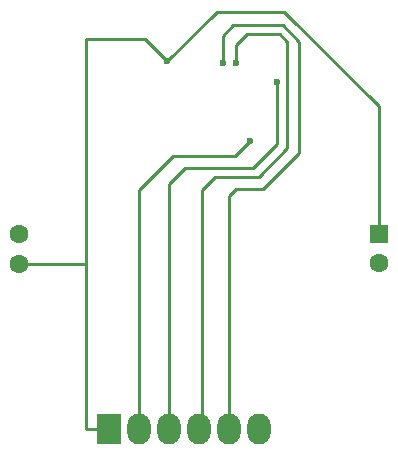
<source format=gbr>
G04 #@! TF.FileFunction,Copper,L1,Top,Signal*
%FSLAX46Y46*%
G04 Gerber Fmt 4.6, Leading zero omitted, Abs format (unit mm)*
G04 Created by KiCad (PCBNEW 4.0.6) date 07/19/17 18:28:19*
%MOMM*%
%LPD*%
G01*
G04 APERTURE LIST*
%ADD10C,0.100000*%
%ADD11R,1.600000X1.600000*%
%ADD12C,1.600000*%
%ADD13R,2.000000X2.600000*%
%ADD14O,2.000000X2.600000*%
%ADD15C,0.600000*%
%ADD16C,0.250000*%
G04 APERTURE END LIST*
D10*
D11*
X166370000Y-102870000D03*
D12*
X166370000Y-105370000D03*
X135890000Y-105410000D03*
X135890000Y-102910000D03*
D13*
X143510000Y-119380000D03*
D14*
X146050000Y-119380000D03*
X148590000Y-119380000D03*
X151130000Y-119380000D03*
X153670000Y-119380000D03*
X156210000Y-119380000D03*
D15*
X148463000Y-88265000D03*
X155448000Y-94996000D03*
X157734000Y-90043000D03*
X154305000Y-88392000D03*
X153162000Y-88392000D03*
D16*
X135890000Y-105410000D02*
X141605000Y-105410000D01*
X141605000Y-105410000D02*
X141605000Y-119380000D01*
X166370000Y-102870000D02*
X166370000Y-92075000D01*
X152654000Y-84074000D02*
X148463000Y-88265000D01*
X158369000Y-84074000D02*
X152654000Y-84074000D01*
X166370000Y-92075000D02*
X158369000Y-84074000D01*
X143510000Y-119380000D02*
X141605000Y-119380000D01*
X148463000Y-88265000D02*
X146558000Y-86360000D01*
X146558000Y-86360000D02*
X141605000Y-86360000D01*
X141605000Y-86360000D02*
X141605000Y-105410000D01*
X146050000Y-99187000D02*
X146050000Y-119380000D01*
X148971000Y-96266000D02*
X146050000Y-99187000D01*
X154178000Y-96266000D02*
X148971000Y-96266000D01*
X155448000Y-94996000D02*
X154178000Y-96266000D01*
X148590000Y-98679000D02*
X148590000Y-119380000D01*
X149987000Y-97282000D02*
X148590000Y-98679000D01*
X155702000Y-97282000D02*
X149987000Y-97282000D01*
X157734000Y-95250000D02*
X155702000Y-97282000D01*
X157734000Y-90043000D02*
X157734000Y-95250000D01*
X151384000Y-99187000D02*
X151384000Y-119126000D01*
X152527000Y-98044000D02*
X151384000Y-99187000D01*
X156210000Y-98044000D02*
X152527000Y-98044000D01*
X158623000Y-95631000D02*
X156210000Y-98044000D01*
X158623000Y-86614000D02*
X158623000Y-95631000D01*
X157988000Y-85979000D02*
X158623000Y-86614000D01*
X155194000Y-85979000D02*
X157988000Y-85979000D01*
X154305000Y-86868000D02*
X155194000Y-85979000D01*
X154305000Y-88392000D02*
X154305000Y-86868000D01*
X151384000Y-119126000D02*
X151130000Y-119380000D01*
X153670000Y-99695000D02*
X153670000Y-119380000D01*
X154305000Y-99060000D02*
X153670000Y-99695000D01*
X156591000Y-99060000D02*
X154305000Y-99060000D01*
X159639000Y-96012000D02*
X156591000Y-99060000D01*
X159639000Y-86614000D02*
X159639000Y-96012000D01*
X158242000Y-85217000D02*
X159639000Y-86614000D01*
X154051000Y-85217000D02*
X158242000Y-85217000D01*
X153162000Y-86106000D02*
X154051000Y-85217000D01*
X153162000Y-88392000D02*
X153162000Y-86106000D01*
M02*

</source>
